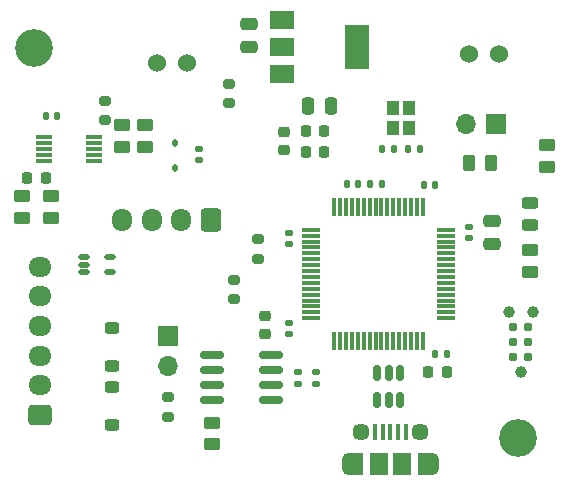
<source format=gts>
G04 #@! TF.GenerationSoftware,KiCad,Pcbnew,8.0.2*
G04 #@! TF.CreationDate,2025-02-01T15:31:24-07:00*
G04 #@! TF.ProjectId,sdm25wheel,73646d32-3577-4686-9565-6c2e6b696361,v1.1*
G04 #@! TF.SameCoordinates,Original*
G04 #@! TF.FileFunction,Soldermask,Top*
G04 #@! TF.FilePolarity,Negative*
%FSLAX46Y46*%
G04 Gerber Fmt 4.6, Leading zero omitted, Abs format (unit mm)*
G04 Created by KiCad (PCBNEW 8.0.2) date 2025-02-01 15:31:24*
%MOMM*%
%LPD*%
G01*
G04 APERTURE LIST*
G04 Aperture macros list*
%AMRoundRect*
0 Rectangle with rounded corners*
0 $1 Rounding radius*
0 $2 $3 $4 $5 $6 $7 $8 $9 X,Y pos of 4 corners*
0 Add a 4 corners polygon primitive as box body*
4,1,4,$2,$3,$4,$5,$6,$7,$8,$9,$2,$3,0*
0 Add four circle primitives for the rounded corners*
1,1,$1+$1,$2,$3*
1,1,$1+$1,$4,$5*
1,1,$1+$1,$6,$7*
1,1,$1+$1,$8,$9*
0 Add four rect primitives between the rounded corners*
20,1,$1+$1,$2,$3,$4,$5,0*
20,1,$1+$1,$4,$5,$6,$7,0*
20,1,$1+$1,$6,$7,$8,$9,0*
20,1,$1+$1,$8,$9,$2,$3,0*%
G04 Aperture macros list end*
%ADD10RoundRect,0.140000X-0.140000X-0.170000X0.140000X-0.170000X0.140000X0.170000X-0.140000X0.170000X0*%
%ADD11C,0.990600*%
%ADD12C,0.787400*%
%ADD13RoundRect,0.150000X0.150000X-0.512500X0.150000X0.512500X-0.150000X0.512500X-0.150000X-0.512500X0*%
%ADD14RoundRect,0.140000X-0.170000X0.140000X-0.170000X-0.140000X0.170000X-0.140000X0.170000X0.140000X0*%
%ADD15RoundRect,0.112500X-0.112500X0.187500X-0.112500X-0.187500X0.112500X-0.187500X0.112500X0.187500X0*%
%ADD16RoundRect,0.200000X-0.275000X0.200000X-0.275000X-0.200000X0.275000X-0.200000X0.275000X0.200000X0*%
%ADD17RoundRect,0.250000X0.725000X-0.600000X0.725000X0.600000X-0.725000X0.600000X-0.725000X-0.600000X0*%
%ADD18O,1.950000X1.700000*%
%ADD19RoundRect,0.225000X-0.250000X0.225000X-0.250000X-0.225000X0.250000X-0.225000X0.250000X0.225000X0*%
%ADD20RoundRect,0.250000X0.450000X-0.262500X0.450000X0.262500X-0.450000X0.262500X-0.450000X-0.262500X0*%
%ADD21RoundRect,0.075000X-0.075000X0.700000X-0.075000X-0.700000X0.075000X-0.700000X0.075000X0.700000X0*%
%ADD22RoundRect,0.075000X-0.700000X0.075000X-0.700000X-0.075000X0.700000X-0.075000X0.700000X0.075000X0*%
%ADD23RoundRect,0.225000X-0.225000X-0.250000X0.225000X-0.250000X0.225000X0.250000X-0.225000X0.250000X0*%
%ADD24C,1.524000*%
%ADD25R,2.000000X1.500000*%
%ADD26R,2.000000X3.800000*%
%ADD27RoundRect,0.250000X-0.250000X-0.475000X0.250000X-0.475000X0.250000X0.475000X-0.250000X0.475000X0*%
%ADD28RoundRect,0.140000X0.140000X0.170000X-0.140000X0.170000X-0.140000X-0.170000X0.140000X-0.170000X0*%
%ADD29RoundRect,0.250000X-0.475000X0.250000X-0.475000X-0.250000X0.475000X-0.250000X0.475000X0.250000X0*%
%ADD30RoundRect,0.218750X0.256250X-0.218750X0.256250X0.218750X-0.256250X0.218750X-0.256250X-0.218750X0*%
%ADD31RoundRect,0.250000X-0.450000X0.262500X-0.450000X-0.262500X0.450000X-0.262500X0.450000X0.262500X0*%
%ADD32RoundRect,0.200000X0.275000X-0.200000X0.275000X0.200000X-0.275000X0.200000X-0.275000X-0.200000X0*%
%ADD33RoundRect,0.243750X0.456250X-0.243750X0.456250X0.243750X-0.456250X0.243750X-0.456250X-0.243750X0*%
%ADD34C,3.200000*%
%ADD35RoundRect,0.245000X-0.380000X0.245000X-0.380000X-0.245000X0.380000X-0.245000X0.380000X0.245000X0*%
%ADD36R,0.400000X1.350000*%
%ADD37O,1.200000X1.900000*%
%ADD38R,1.200000X1.900000*%
%ADD39C,1.450000*%
%ADD40R,1.500000X1.900000*%
%ADD41RoundRect,0.250000X0.600000X0.725000X-0.600000X0.725000X-0.600000X-0.725000X0.600000X-0.725000X0*%
%ADD42O,1.700000X1.950000*%
%ADD43RoundRect,0.245000X0.380000X-0.245000X0.380000X0.245000X-0.380000X0.245000X-0.380000X-0.245000X0*%
%ADD44RoundRect,0.112500X-0.362500X-0.112500X0.362500X-0.112500X0.362500X0.112500X-0.362500X0.112500X0*%
%ADD45R,1.700000X1.700000*%
%ADD46O,1.700000X1.700000*%
%ADD47RoundRect,0.070000X-0.630000X-0.070000X0.630000X-0.070000X0.630000X0.070000X-0.630000X0.070000X0*%
%ADD48RoundRect,0.250000X-0.262500X-0.450000X0.262500X-0.450000X0.262500X0.450000X-0.262500X0.450000X0*%
%ADD49RoundRect,0.150000X0.825000X0.150000X-0.825000X0.150000X-0.825000X-0.150000X0.825000X-0.150000X0*%
%ADD50R,1.000000X1.200000*%
%ADD51RoundRect,0.140000X0.170000X-0.140000X0.170000X0.140000X-0.170000X0.140000X-0.170000X-0.140000X0*%
G04 APERTURE END LIST*
D10*
X188020000Y-90600000D03*
X188980000Y-90600000D03*
D11*
X196235000Y-106410000D03*
X195219000Y-101330000D03*
X197251000Y-101330000D03*
D12*
X196870000Y-105140000D03*
X195600000Y-105140000D03*
X196870000Y-103870000D03*
X195600000Y-103870000D03*
X196870000Y-102600000D03*
X195600000Y-102600000D03*
D13*
X184100000Y-108775000D03*
X185050000Y-108775000D03*
X186000000Y-108775000D03*
X186000000Y-106500000D03*
X185050000Y-106500000D03*
X184100000Y-106500000D03*
D14*
X176600000Y-102220000D03*
X176600000Y-103180000D03*
D15*
X167000000Y-87000000D03*
X167000000Y-89100000D03*
D16*
X171500000Y-82000000D03*
X171500000Y-83650000D03*
D17*
X155500000Y-110000000D03*
D18*
X155500000Y-107500000D03*
X155500000Y-105000000D03*
X155500000Y-102500000D03*
X155500000Y-100000000D03*
X155500000Y-97500000D03*
D14*
X178900000Y-106420000D03*
X178900000Y-107380000D03*
D19*
X174600000Y-101625000D03*
X174600000Y-103175000D03*
D20*
X162450000Y-87325000D03*
X162450000Y-85500000D03*
D21*
X187950000Y-92425000D03*
X187450000Y-92425000D03*
X186950000Y-92425000D03*
X186450000Y-92425000D03*
X185950000Y-92425000D03*
X185450000Y-92425000D03*
X184950000Y-92425000D03*
X184450000Y-92425000D03*
X183950000Y-92425000D03*
X183450000Y-92425000D03*
X182950000Y-92425000D03*
X182450000Y-92425000D03*
X181950000Y-92425000D03*
X181450000Y-92425000D03*
X180950000Y-92425000D03*
X180450000Y-92425000D03*
D22*
X178525000Y-94350000D03*
X178525000Y-94850000D03*
X178525000Y-95350000D03*
X178525000Y-95850000D03*
X178525000Y-96350000D03*
X178525000Y-96850000D03*
X178525000Y-97350000D03*
X178525000Y-97850000D03*
X178525000Y-98350000D03*
X178525000Y-98850000D03*
X178525000Y-99350000D03*
X178525000Y-99850000D03*
X178525000Y-100350000D03*
X178525000Y-100850000D03*
X178525000Y-101350000D03*
X178525000Y-101850000D03*
D21*
X180450000Y-103775000D03*
X180950000Y-103775000D03*
X181450000Y-103775000D03*
X181950000Y-103775000D03*
X182450000Y-103775000D03*
X182950000Y-103775000D03*
X183450000Y-103775000D03*
X183950000Y-103775000D03*
X184450000Y-103775000D03*
X184950000Y-103775000D03*
X185450000Y-103775000D03*
X185950000Y-103775000D03*
X186450000Y-103775000D03*
X186950000Y-103775000D03*
X187450000Y-103775000D03*
X187950000Y-103775000D03*
D22*
X189875000Y-101850000D03*
X189875000Y-101350000D03*
X189875000Y-100850000D03*
X189875000Y-100350000D03*
X189875000Y-99850000D03*
X189875000Y-99350000D03*
X189875000Y-98850000D03*
X189875000Y-98350000D03*
X189875000Y-97850000D03*
X189875000Y-97350000D03*
X189875000Y-96850000D03*
X189875000Y-96350000D03*
X189875000Y-95850000D03*
X189875000Y-95350000D03*
X189875000Y-94850000D03*
X189875000Y-94350000D03*
D23*
X188425000Y-106400000D03*
X189975000Y-106400000D03*
D24*
X194440000Y-79500000D03*
X191900000Y-79500000D03*
D25*
X176050000Y-76600000D03*
X176050000Y-78900000D03*
D26*
X182350000Y-78900000D03*
D25*
X176050000Y-81200000D03*
D27*
X178250000Y-83900000D03*
X180150000Y-83900000D03*
D14*
X191900000Y-94100000D03*
X191900000Y-95060000D03*
D10*
X156040000Y-84750000D03*
X157000000Y-84750000D03*
D28*
X184480000Y-90500000D03*
X183520000Y-90500000D03*
D23*
X178025000Y-87800000D03*
X179575000Y-87800000D03*
D14*
X177400000Y-106420000D03*
X177400000Y-107380000D03*
D16*
X174000000Y-95175000D03*
X174000000Y-96825000D03*
D29*
X173200000Y-76950000D03*
X173200000Y-78850000D03*
D30*
X176166000Y-87637500D03*
X176166000Y-86062500D03*
D20*
X154000000Y-93325000D03*
X154000000Y-91500000D03*
D31*
X197000000Y-96087500D03*
X197000000Y-97912500D03*
D32*
X161000000Y-85075000D03*
X161000000Y-83425000D03*
D24*
X167970000Y-80270000D03*
X165430000Y-80270000D03*
D33*
X197000000Y-93937500D03*
X197000000Y-92062500D03*
D34*
X196000000Y-112000000D03*
D35*
X161625000Y-102640000D03*
X161625000Y-105860000D03*
D36*
X183900000Y-111500000D03*
X184550000Y-111500000D03*
X185200000Y-111500000D03*
X185850000Y-111500000D03*
X186500000Y-111500000D03*
D37*
X181700000Y-114200000D03*
D38*
X182300000Y-114200000D03*
D39*
X182700000Y-111500000D03*
D40*
X184200000Y-114200000D03*
X186200000Y-114200000D03*
D39*
X187700000Y-111500000D03*
D38*
X188100000Y-114200000D03*
D37*
X188700000Y-114200000D03*
D23*
X154475000Y-90000000D03*
X156025000Y-90000000D03*
D41*
X170000000Y-93500000D03*
D42*
X167500000Y-93500000D03*
X165000000Y-93500000D03*
X162500000Y-93500000D03*
D31*
X164450000Y-85500000D03*
X164450000Y-87325000D03*
D32*
X172000000Y-100225000D03*
X172000000Y-98575000D03*
D29*
X193800000Y-93650000D03*
X193800000Y-95550000D03*
D43*
X161625000Y-110860000D03*
X161625000Y-107640000D03*
D31*
X198500000Y-87175000D03*
X198500000Y-89000000D03*
D44*
X159300000Y-96650000D03*
X159300000Y-97300000D03*
X159300000Y-97950000D03*
X161500000Y-97950000D03*
X161500000Y-96650000D03*
D45*
X194175000Y-85400000D03*
D46*
X191635000Y-85400000D03*
D31*
X170100000Y-110687500D03*
X170100000Y-112512500D03*
D10*
X189020000Y-104900000D03*
X189980000Y-104900000D03*
D47*
X155860000Y-86500000D03*
X155860000Y-87000000D03*
X155860000Y-87500000D03*
X155860000Y-88000000D03*
X155860000Y-88500000D03*
X160140000Y-88500000D03*
X160140000Y-88000000D03*
X160140000Y-87500000D03*
X160140000Y-87000000D03*
X160140000Y-86500000D03*
D10*
X186720000Y-87500000D03*
X187680000Y-87500000D03*
X181520000Y-90500000D03*
X182480000Y-90500000D03*
D48*
X191887500Y-88700000D03*
X193712500Y-88700000D03*
D34*
X155000000Y-79000000D03*
D32*
X166400000Y-110185000D03*
X166400000Y-108535000D03*
D49*
X175075000Y-108805000D03*
X175075000Y-107535000D03*
X175075000Y-106265000D03*
X175075000Y-104995000D03*
X170125000Y-104995000D03*
X170125000Y-106265000D03*
X170125000Y-107535000D03*
X170125000Y-108805000D03*
D50*
X186750000Y-85750000D03*
X186750000Y-84050000D03*
X185450000Y-84050000D03*
X185450000Y-85750000D03*
D10*
X184520000Y-87500000D03*
X185480000Y-87500000D03*
D20*
X156500000Y-93325000D03*
X156500000Y-91500000D03*
D51*
X176600000Y-95580000D03*
X176600000Y-94620000D03*
D23*
X178025000Y-86000000D03*
X179575000Y-86000000D03*
D45*
X166400000Y-103360000D03*
D46*
X166400000Y-105900000D03*
D51*
X169000000Y-88480000D03*
X169000000Y-87520000D03*
M02*

</source>
